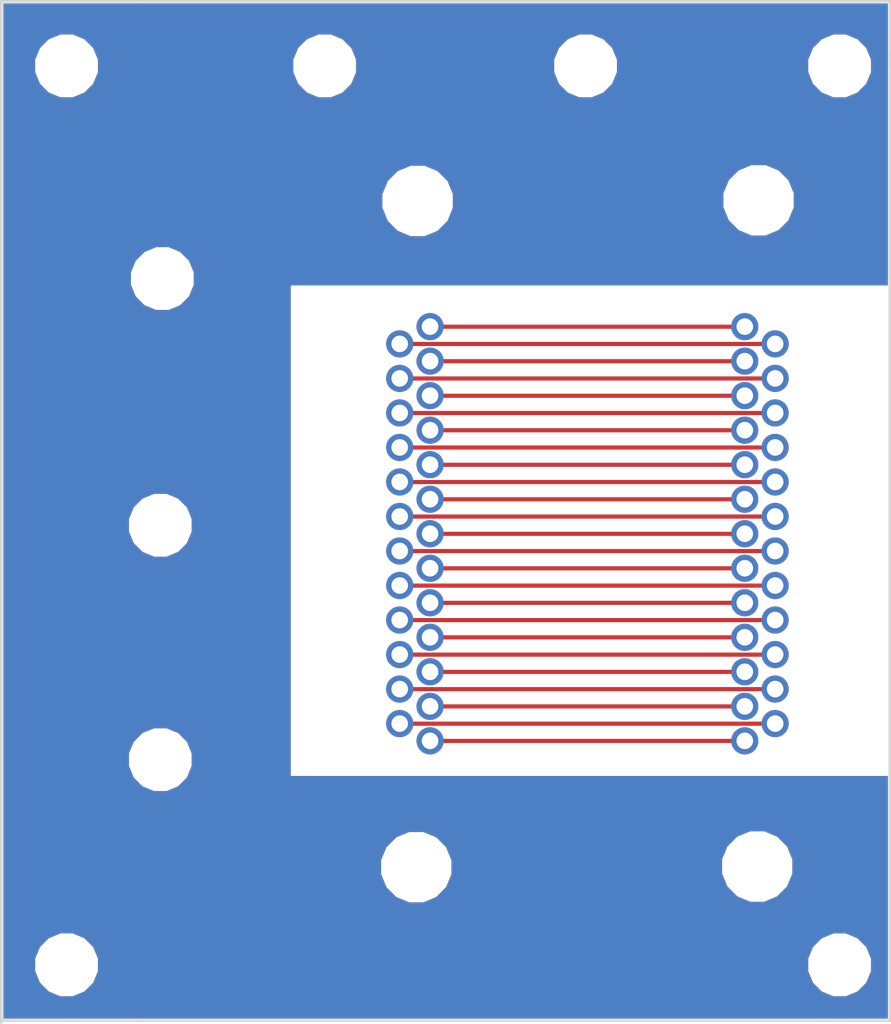
<source format=kicad_pcb>
(kicad_pcb (version 4) (host pcbnew 4.0.6)

  (general
    (links 0)
    (no_connects 0)
    (area 133.574999 85.924999 166.375001 123.600001)
    (thickness 1.6)
    (drawings 8)
    (tracks 25)
    (zones 0)
    (modules 11)
    (nets 1)
  )

  (page A4)
  (layers
    (0 F.Cu signal)
    (31 B.Cu signal)
    (32 B.Adhes user)
    (33 F.Adhes user)
    (34 B.Paste user)
    (35 F.Paste user)
    (36 B.SilkS user)
    (37 F.SilkS user)
    (38 B.Mask user)
    (39 F.Mask user)
    (40 Dwgs.User user)
    (41 Cmts.User user)
    (42 Eco1.User user)
    (43 Eco2.User user)
    (44 Edge.Cuts user)
    (45 Margin user)
    (46 B.CrtYd user)
    (47 F.CrtYd user)
    (48 B.Fab user)
    (49 F.Fab user)
  )

  (setup
    (last_trace_width 0.1526)
    (trace_clearance 0.01)
    (zone_clearance 0.02548)
    (zone_45_only yes)
    (trace_min 0.1524)
    (segment_width 0.2)
    (edge_width 0.1)
    (via_size 0.6)
    (via_drill 0.4)
    (via_min_size 0.4)
    (via_min_drill 0.3)
    (uvia_size 0.3)
    (uvia_drill 0.1)
    (uvias_allowed no)
    (uvia_min_size 0.2)
    (uvia_min_drill 0.1)
    (pcb_text_width 0.3)
    (pcb_text_size 1.5 1.5)
    (mod_edge_width 0.15)
    (mod_text_size 1 1)
    (mod_text_width 0.15)
    (pad_size 2.2606 2.2606)
    (pad_drill 2.2606)
    (pad_to_mask_clearance 0)
    (aux_axis_origin 0 0)
    (visible_elements 7FFFFFFF)
    (pcbplotparams
      (layerselection 0x010c0_80000001)
      (usegerberextensions false)
      (excludeedgelayer true)
      (linewidth 0.100000)
      (plotframeref false)
      (viasonmask false)
      (mode 1)
      (useauxorigin false)
      (hpglpennumber 1)
      (hpglpenspeed 20)
      (hpglpendiameter 15)
      (hpglpenoverlay 2)
      (psnegative false)
      (psa4output false)
      (plotreference true)
      (plotvalue true)
      (plotinvisibletext false)
      (padsonsilk false)
      (subtractmaskfromsilk false)
      (outputformat 1)
      (mirror false)
      (drillshape 0)
      (scaleselection 1)
      (outputdirectory ../../../../../../../../5/))
  )

  (net 0 "")

  (net_class Default "This is the default net class."
    (clearance 0.01)
    (trace_width 0.1526)
    (via_dia 0.6)
    (via_drill 0.4)
    (uvia_dia 0.3)
    (uvia_drill 0.1)
  )

  (module bribrary:female_mdm_small (layer F.Cu) (tedit 5AC69E04) (tstamp 5ACA440C)
    (at 161.4932 104.9274 270)
    (fp_text reference J1 (at 0 0.5 270) (layer F.SilkS) hide
      (effects (font (size 1 1) (thickness 0.15)))
    )
    (fp_text value DB25_FEMALE (at 0.127 -3.556 270) (layer F.Fab)
      (effects (font (size 1 1) (thickness 0.15)))
    )
    (fp_line (start 13.97 -2.54) (end 14.224 -2.54) (layer F.CrtYd) (width 0.12))
    (fp_line (start 14.224 -2.54) (end 14.478 -2.54) (layer F.CrtYd) (width 0.12))
    (fp_line (start 14.478 -2.54) (end 14.478 2.54) (layer F.CrtYd) (width 0.12))
    (fp_line (start 14.478 2.54) (end 13.97 2.54) (layer F.CrtYd) (width 0.12))
    (fp_line (start 13.97 2.54) (end -13.208 2.54) (layer F.CrtYd) (width 0.12))
    (fp_line (start -13.208 2.54) (end -13.208 -2.54) (layer F.CrtYd) (width 0.12))
    (fp_line (start -13.208 -2.54) (end -12.7 -2.54) (layer F.CrtYd) (width 0.12))
    (fp_line (start 13.97 -2.54) (end -12.7 -2.54) (layer F.CrtYd) (width 0.12))
    (fp_line (start -12.7 2.54) (end 13.97 2.54) (layer F.CrtYd) (width 0.12))
    (pad 1 thru_hole circle (at 7.62 -0.6096 270) (size 1 1) (drill 0.61) (layers *.Cu *.Mask))
    (pad 2 thru_hole circle (at 6.35 -0.6096 270) (size 1 1) (drill 0.61) (layers *.Cu *.Mask))
    (pad 3 thru_hole circle (at 5.08 -0.6096 270) (size 1 1) (drill 0.61) (layers *.Cu *.Mask))
    (pad 4 thru_hole circle (at 3.81 -0.6096 270) (size 1 1) (drill 0.61) (layers *.Cu *.Mask))
    (pad 5 thru_hole circle (at 2.54 -0.6096 270) (size 1 1) (drill 0.61) (layers *.Cu *.Mask))
    (pad 6 thru_hole circle (at 1.27 -0.6096 270) (size 1 1) (drill 0.61) (layers *.Cu *.Mask))
    (pad 7 thru_hole circle (at 0 -0.6096 270) (size 1 1) (drill 0.61) (layers *.Cu *.Mask))
    (pad 8 thru_hole circle (at -1.27 -0.6096 270) (size 1 1) (drill 0.61) (layers *.Cu *.Mask))
    (pad 9 thru_hole circle (at -2.54 -0.6096 270) (size 1 1) (drill 0.61) (layers *.Cu *.Mask))
    (pad 10 thru_hole circle (at -3.81 -0.6096 270) (size 1 1) (drill 0.61) (layers *.Cu *.Mask))
    (pad 11 thru_hole circle (at -5.08 -0.6096 270) (size 1 1) (drill 0.61) (layers *.Cu *.Mask))
    (pad 12 thru_hole circle (at -6.35 -0.6096 270) (size 1 1) (drill 0.61) (layers *.Cu *.Mask))
    (pad 13 thru_hole circle (at 8.255 0.508 270) (size 1 1) (drill 0.61) (layers *.Cu *.Mask))
    (pad 14 thru_hole circle (at 6.985 0.508 270) (size 1 1) (drill 0.61) (layers *.Cu *.Mask))
    (pad 15 thru_hole circle (at 5.715 0.508 270) (size 1 1) (drill 0.61) (layers *.Cu *.Mask))
    (pad 16 thru_hole circle (at 4.445 0.508 270) (size 1 1) (drill 0.61) (layers *.Cu *.Mask))
    (pad 17 thru_hole circle (at 3.175 0.508 270) (size 1 1) (drill 0.61) (layers *.Cu *.Mask))
    (pad 18 thru_hole circle (at 1.905 0.508 270) (size 1 1) (drill 0.61) (layers *.Cu *.Mask))
    (pad 19 thru_hole circle (at 0.635 0.508 270) (size 1 1) (drill 0.61) (layers *.Cu *.Mask))
    (pad 20 thru_hole circle (at -0.635 0.508 270) (size 1 1) (drill 0.61) (layers *.Cu *.Mask))
    (pad 21 thru_hole circle (at -1.905 0.508 270) (size 1 1) (drill 0.61) (layers *.Cu *.Mask))
    (pad 22 thru_hole circle (at -3.175 0.508 270) (size 1 1) (drill 0.61) (layers *.Cu *.Mask))
    (pad 23 thru_hole circle (at -4.445 0.508 270) (size 1 1) (drill 0.61) (layers *.Cu *.Mask))
    (pad 24 thru_hole circle (at -5.715 0.508 270) (size 1 1) (drill 0.61) (layers *.Cu *.Mask))
    (pad 25 thru_hole circle (at -6.985 0.508 270) (size 1 1) (drill 0.61) (layers *.Cu *.Mask))
    (pad "" np_thru_hole circle (at -11.6332 0 270) (size 2.54 2.54) (drill 2.54) (layers *.Cu *.Mask))
    (pad "" np_thru_hole circle (at 12.8778 0.0508 270) (size 2.54 2.54) (drill 2.54) (layers *.Cu *.Mask))
  )

  (module aruj:2hole (layer F.Cu) (tedit 5AAA8E85) (tstamp 5AAA89F7)
    (at 136.025 88.35)
    (fp_text reference * (at 0 0.5) (layer F.SilkS)
      (effects (font (size 1 1) (thickness 0.15)))
    )
    (fp_text value "#2 hole" (at -28.1 0.1) (layer F.Fab) hide
      (effects (font (size 1 1) (thickness 0.15)))
    )
    (pad "" np_thru_hole circle (at 0 0) (size 2.2606 2.2606) (drill 2.2606) (layers *.Cu *.Mask))
  )

  (module aruj:2hole (layer F.Cu) (tedit 5AAA8EA5) (tstamp 5AAA8A1D)
    (at 164.275 88.275)
    (fp_text reference * (at 0 0.5) (layer F.SilkS)
      (effects (font (size 1 1) (thickness 0.15)))
    )
    (fp_text value "#2 hole" (at 32.65 1.95) (layer F.Fab) hide
      (effects (font (size 1 1) (thickness 0.15)))
    )
    (pad "" np_thru_hole circle (at 0.2 0.075) (size 2.2606 2.2606) (drill 2.2606) (layers *.Cu *.Mask))
  )

  (module aruj:2hole (layer F.Cu) (tedit 5AAA8E9C) (tstamp 5AAA8A47)
    (at 164.475 121.25)
    (fp_text reference * (at 0 0.5) (layer F.SilkS)
      (effects (font (size 1 1) (thickness 0.15)))
    )
    (fp_text value "#2 hole" (at 34.925 -1.15) (layer F.Fab) hide
      (effects (font (size 1 1) (thickness 0.15)))
    )
    (pad "" np_thru_hole circle (at 0 0.175) (size 2.2606 2.2606) (drill 2.2606) (layers *.Cu *.Mask))
  )

  (module aruj:2hole (layer F.Cu) (tedit 5AAA8E98) (tstamp 5AAA8A5B)
    (at 135.925 121.425)
    (fp_text reference * (at 0 0.5) (layer F.SilkS)
      (effects (font (size 1 1) (thickness 0.15)))
    )
    (fp_text value "#2 hole" (at -27.825 1.775) (layer F.Fab) hide
      (effects (font (size 1 1) (thickness 0.15)))
    )
    (pad "" np_thru_hole circle (at 0.1 0) (size 2.2606 2.2606) (drill 2.2606) (layers *.Cu *.Mask))
  )

  (module aruj:2hole (layer F.Cu) (tedit 5AAA8EAF) (tstamp 5AAA8AD4)
    (at 145.525 88.275)
    (fp_text reference * (at 0 0.5) (layer F.SilkS)
      (effects (font (size 1 1) (thickness 0.15)))
    )
    (fp_text value "#2 hole" (at -0.175 -5.425) (layer F.Fab) hide
      (effects (font (size 1 1) (thickness 0.15)))
    )
    (pad "" np_thru_hole circle (at 0 0.075) (size 2.2606 2.2606) (drill 2.2606) (layers *.Cu *.Mask))
  )

  (module aruj:2hole (layer F.Cu) (tedit 5AAA8EAA) (tstamp 5AAA8B07)
    (at 155.125 88.375)
    (fp_text reference * (at 0 0.5) (layer F.SilkS)
      (effects (font (size 1 1) (thickness 0.15)))
    )
    (fp_text value "#2 hole" (at 4.525 -7.4) (layer F.Fab) hide
      (effects (font (size 1 1) (thickness 0.15)))
    )
    (pad "" np_thru_hole circle (at 0 -0.025) (size 2.2606 2.2606) (drill 2.2606) (layers *.Cu *.Mask))
  )

  (module aruj:2hole (layer F.Cu) (tedit 5AAA8E88) (tstamp 5AAA8B10)
    (at 139.55 96.175)
    (fp_text reference * (at 0 0.5) (layer F.SilkS)
      (effects (font (size 1 1) (thickness 0.15)))
    )
    (fp_text value "#2 hole" (at -22.225 -1.5) (layer F.Fab) hide
      (effects (font (size 1 1) (thickness 0.15)))
    )
    (pad "" np_thru_hole circle (at 0 0) (size 2.2606 2.2606) (drill 2.2606) (layers *.Cu *.Mask))
  )

  (module aruj:2hole (layer F.Cu) (tedit 5AAA8E90) (tstamp 5AAA8B19)
    (at 139.475 105.25)
    (fp_text reference * (at 0 0.5) (layer F.SilkS)
      (effects (font (size 1 1) (thickness 0.15)))
    )
    (fp_text value "#2 hole" (at -20.8 2.85) (layer F.Fab) hide
      (effects (font (size 1 1) (thickness 0.15)))
    )
    (pad "" np_thru_hole circle (at 0 0) (size 2.2606 2.2606) (drill 2.2606) (layers *.Cu *.Mask))
  )

  (module aruj:2hole (layer F.Cu) (tedit 5AAA8E94) (tstamp 5AAA8B24)
    (at 139.475 113.875)
    (fp_text reference * (at 0 0.5) (layer F.SilkS)
      (effects (font (size 1 1) (thickness 0.15)))
    )
    (fp_text value "#2 hole" (at -25.425 -0.35) (layer F.Fab) hide
      (effects (font (size 1 1) (thickness 0.15)))
    )
    (pad "" np_thru_hole circle (at 0 0) (size 2.2606 2.2606) (drill 2.2606) (layers *.Cu *.Mask))
  )

  (module bribrary:female_mdm_small (layer F.Cu) (tedit 5AC69E04) (tstamp 5ACA43BD)
    (at 148.8948 106.1974 90)
    (fp_text reference J1 (at 0 0.5 90) (layer F.SilkS) hide
      (effects (font (size 1 1) (thickness 0.15)))
    )
    (fp_text value DB25_FEMALE (at 0.127 -3.556 90) (layer F.Fab)
      (effects (font (size 1 1) (thickness 0.15)))
    )
    (fp_line (start 13.97 -2.54) (end 14.224 -2.54) (layer F.CrtYd) (width 0.12))
    (fp_line (start 14.224 -2.54) (end 14.478 -2.54) (layer F.CrtYd) (width 0.12))
    (fp_line (start 14.478 -2.54) (end 14.478 2.54) (layer F.CrtYd) (width 0.12))
    (fp_line (start 14.478 2.54) (end 13.97 2.54) (layer F.CrtYd) (width 0.12))
    (fp_line (start 13.97 2.54) (end -13.208 2.54) (layer F.CrtYd) (width 0.12))
    (fp_line (start -13.208 2.54) (end -13.208 -2.54) (layer F.CrtYd) (width 0.12))
    (fp_line (start -13.208 -2.54) (end -12.7 -2.54) (layer F.CrtYd) (width 0.12))
    (fp_line (start 13.97 -2.54) (end -12.7 -2.54) (layer F.CrtYd) (width 0.12))
    (fp_line (start -12.7 2.54) (end 13.97 2.54) (layer F.CrtYd) (width 0.12))
    (pad 1 thru_hole circle (at 7.62 -0.6096 90) (size 1 1) (drill 0.61) (layers *.Cu *.Mask))
    (pad 2 thru_hole circle (at 6.35 -0.6096 90) (size 1 1) (drill 0.61) (layers *.Cu *.Mask))
    (pad 3 thru_hole circle (at 5.08 -0.6096 90) (size 1 1) (drill 0.61) (layers *.Cu *.Mask))
    (pad 4 thru_hole circle (at 3.81 -0.6096 90) (size 1 1) (drill 0.61) (layers *.Cu *.Mask))
    (pad 5 thru_hole circle (at 2.54 -0.6096 90) (size 1 1) (drill 0.61) (layers *.Cu *.Mask))
    (pad 6 thru_hole circle (at 1.27 -0.6096 90) (size 1 1) (drill 0.61) (layers *.Cu *.Mask))
    (pad 7 thru_hole circle (at 0 -0.6096 90) (size 1 1) (drill 0.61) (layers *.Cu *.Mask))
    (pad 8 thru_hole circle (at -1.27 -0.6096 90) (size 1 1) (drill 0.61) (layers *.Cu *.Mask))
    (pad 9 thru_hole circle (at -2.54 -0.6096 90) (size 1 1) (drill 0.61) (layers *.Cu *.Mask))
    (pad 10 thru_hole circle (at -3.81 -0.6096 90) (size 1 1) (drill 0.61) (layers *.Cu *.Mask))
    (pad 11 thru_hole circle (at -5.08 -0.6096 90) (size 1 1) (drill 0.61) (layers *.Cu *.Mask))
    (pad 12 thru_hole circle (at -6.35 -0.6096 90) (size 1 1) (drill 0.61) (layers *.Cu *.Mask))
    (pad 13 thru_hole circle (at 8.255 0.508 90) (size 1 1) (drill 0.61) (layers *.Cu *.Mask))
    (pad 14 thru_hole circle (at 6.985 0.508 90) (size 1 1) (drill 0.61) (layers *.Cu *.Mask))
    (pad 15 thru_hole circle (at 5.715 0.508 90) (size 1 1) (drill 0.61) (layers *.Cu *.Mask))
    (pad 16 thru_hole circle (at 4.445 0.508 90) (size 1 1) (drill 0.61) (layers *.Cu *.Mask))
    (pad 17 thru_hole circle (at 3.175 0.508 90) (size 1 1) (drill 0.61) (layers *.Cu *.Mask))
    (pad 18 thru_hole circle (at 1.905 0.508 90) (size 1 1) (drill 0.61) (layers *.Cu *.Mask))
    (pad 19 thru_hole circle (at 0.635 0.508 90) (size 1 1) (drill 0.61) (layers *.Cu *.Mask))
    (pad 20 thru_hole circle (at -0.635 0.508 90) (size 1 1) (drill 0.61) (layers *.Cu *.Mask))
    (pad 21 thru_hole circle (at -1.905 0.508 90) (size 1 1) (drill 0.61) (layers *.Cu *.Mask))
    (pad 22 thru_hole circle (at -3.175 0.508 90) (size 1 1) (drill 0.61) (layers *.Cu *.Mask))
    (pad 23 thru_hole circle (at -4.445 0.508 90) (size 1 1) (drill 0.61) (layers *.Cu *.Mask))
    (pad 24 thru_hole circle (at -5.715 0.508 90) (size 1 1) (drill 0.61) (layers *.Cu *.Mask))
    (pad 25 thru_hole circle (at -6.985 0.508 90) (size 1 1) (drill 0.61) (layers *.Cu *.Mask))
    (pad "" np_thru_hole circle (at -11.6332 0 90) (size 2.54 2.54) (drill 2.54) (layers *.Cu *.Mask))
    (pad "" np_thru_hole circle (at 12.8778 0.0508 90) (size 2.54 2.54) (drill 2.54) (layers *.Cu *.Mask))
  )

  (gr_line (start 138.65 123.475) (end 133.625 123.475) (angle 90) (layer Edge.Cuts) (width 0.1))
  (gr_line (start 133.625 123.425) (end 133.625 123.55) (angle 90) (layer Edge.Cuts) (width 0.1))
  (gr_line (start 133.625 85.975) (end 133.625 123.45) (angle 90) (layer Edge.Cuts) (width 0.1))
  (gr_line (start 138.6 85.975) (end 133.625 85.975) (angle 90) (layer Edge.Cuts) (width 0.1))
  (gr_line (start 166.325 85.975) (end 166.325 88.375) (angle 90) (layer Edge.Cuts) (width 0.1))
  (gr_line (start 138.6 85.975) (end 166.325 85.975) (angle 90) (layer Edge.Cuts) (width 0.1))
  (gr_line (start 166.325 123.475) (end 166.325 87.825) (angle 90) (layer Edge.Cuts) (width 0.1))
  (gr_line (start 138.6 123.475) (end 166.325 123.475) (angle 90) (layer Edge.Cuts) (width 0.1))

  (segment (start 149.433 106.835) (end 160.817 106.835) (width 0.1526) (layer F.Cu) (net 0))
  (segment (start 148.3154 98.58) (end 161.9346 98.58) (width 0.1526) (layer F.Cu) (net 0))
  (segment (start 148.3154 99.85) (end 161.9346 99.85) (width 0.1526) (layer F.Cu) (net 0))
  (segment (start 148.3154 101.12) (end 161.9346 101.12) (width 0.1526) (layer F.Cu) (net 0))
  (segment (start 148.3154 102.39) (end 161.9346 102.39) (width 0.1526) (layer F.Cu) (net 0))
  (segment (start 148.3154 103.66) (end 161.9346 103.66) (width 0.1526) (layer F.Cu) (net 0))
  (segment (start 148.3154 104.93) (end 161.9346 104.93) (width 0.1526) (layer F.Cu) (net 0))
  (segment (start 148.3154 106.2) (end 161.9346 106.2) (width 0.1526) (layer F.Cu) (net 0))
  (segment (start 148.3154 107.47) (end 161.9346 107.47) (width 0.1526) (layer F.Cu) (net 0))
  (segment (start 161.9346 108.74) (end 148.3154 108.74) (width 0.1526) (layer F.Cu) (net 0))
  (segment (start 161.9346 110.01) (end 148.3154 110.01) (width 0.1526) (layer F.Cu) (net 0))
  (segment (start 161.9346 111.28) (end 148.3154 111.28) (width 0.1526) (layer F.Cu) (net 0))
  (segment (start 148.3154 112.55) (end 161.9346 112.55) (width 0.1526) (layer F.Cu) (net 0))
  (segment (start 160.817 97.945) (end 149.433 97.945) (width 0.1526) (layer F.Cu) (net 0))
  (segment (start 149.433 99.215) (end 160.817 99.215) (width 0.1526) (layer F.Cu) (net 0))
  (segment (start 160.817 100.485) (end 149.433 100.485) (width 0.1526) (layer F.Cu) (net 0))
  (segment (start 160.817 101.755) (end 149.433 101.755) (width 0.1526) (layer F.Cu) (net 0))
  (segment (start 160.817 103.025) (end 149.433 103.025) (width 0.1526) (layer F.Cu) (net 0))
  (segment (start 160.817 104.295) (end 149.433 104.295) (width 0.1526) (layer F.Cu) (net 0))
  (segment (start 160.817 105.565) (end 149.433 105.565) (width 0.1526) (layer F.Cu) (net 0))
  (segment (start 149.433 108.105) (end 160.817 108.105) (width 0.1526) (layer F.Cu) (net 0))
  (segment (start 149.433 109.375) (end 160.817 109.375) (width 0.1526) (layer F.Cu) (net 0))
  (segment (start 149.433 110.645) (end 160.817 110.645) (width 0.1526) (layer F.Cu) (net 0))
  (segment (start 149.433 111.915) (end 160.817 111.915) (width 0.1526) (layer F.Cu) (net 0))
  (segment (start 149.433 113.185) (end 160.817 113.185) (width 0.1526) (layer F.Cu) (net 0))

  (zone (net 0) (net_name "") (layer F.Cu) (tstamp 5AAA8AA0) (hatch edge 0.508)
    (connect_pads (clearance 0.02548))
    (min_thickness 0.02548)
    (keepout (tracks not_allowed) (vias not_allowed) (copperpour not_allowed))
    (fill (arc_segments 16) (thermal_gap 1) (thermal_bridge_width 0.02549))
    (polygon
      (pts
        (xy 166.25 114.475) (xy 144.275 114.475) (xy 144.275 96.425) (xy 166.25 96.425)
      )
    )
  )
  (zone (net 0) (net_name "") (layer B.Cu) (tstamp 5AAA8AA0) (hatch edge 0.508)
    (connect_pads (clearance 0.02548))
    (min_thickness 0.02548)
    (keepout (tracks not_allowed) (vias not_allowed) (copperpour not_allowed))
    (fill (arc_segments 16) (thermal_gap 1) (thermal_bridge_width 0.02549))
    (polygon
      (pts
        (xy 166.25 114.475) (xy 144.275 114.475) (xy 144.275 96.425) (xy 166.25 96.425)
      )
    )
  )
  (zone (net 0) (net_name "") (layer F.Cu) (tstamp 5AAA8D21) (hatch edge 0.508)
    (connect_pads no (clearance 0.02548))
    (min_thickness 0.02548)
    (fill yes (arc_segments 16) (thermal_gap 1) (thermal_bridge_width 0.02549))
    (polygon
      (pts
        (xy 166.325 123.5) (xy 133.65 123.5) (xy 133.65 85.975) (xy 166.325 85.975)
      )
    )
    (filled_polygon
      (pts
        (xy 166.23678 96.41226) (xy 144.275 96.41226) (xy 144.27037 96.413131) (xy 144.266117 96.415868) (xy 144.263264 96.420043)
        (xy 144.26226 96.425) (xy 144.26226 114.475) (xy 144.263131 114.47963) (xy 144.265868 114.483883) (xy 144.270043 114.486736)
        (xy 144.275 114.48774) (xy 166.23678 114.48774) (xy 166.23678 123.38678) (xy 133.71322 123.38678) (xy 133.71322 121.656413)
        (xy 134.856277 121.656413) (xy 135.033799 122.086049) (xy 135.362222 122.415046) (xy 135.791547 122.593317) (xy 136.256413 122.593723)
        (xy 136.686049 122.416201) (xy 137.015046 122.087778) (xy 137.193317 121.658453) (xy 137.193318 121.656413) (xy 163.306277 121.656413)
        (xy 163.483799 122.086049) (xy 163.812222 122.415046) (xy 164.241547 122.593317) (xy 164.706413 122.593723) (xy 165.136049 122.416201)
        (xy 165.465046 122.087778) (xy 165.643317 121.658453) (xy 165.643723 121.193587) (xy 165.466201 120.763951) (xy 165.137778 120.434954)
        (xy 164.708453 120.256683) (xy 164.243587 120.256277) (xy 163.813951 120.433799) (xy 163.484954 120.762222) (xy 163.306683 121.191547)
        (xy 163.306277 121.656413) (xy 137.193318 121.656413) (xy 137.193723 121.193587) (xy 137.016201 120.763951) (xy 136.687778 120.434954)
        (xy 136.258453 120.256683) (xy 135.793587 120.256277) (xy 135.363951 120.433799) (xy 135.034954 120.762222) (xy 134.856683 121.191547)
        (xy 134.856277 121.656413) (xy 133.71322 121.656413) (xy 133.71322 118.089679) (xy 147.586353 118.089679) (xy 147.785098 118.570679)
        (xy 148.152785 118.939009) (xy 148.633437 119.138593) (xy 149.153879 119.139047) (xy 149.634879 118.940302) (xy 150.003209 118.572615)
        (xy 150.202793 118.091963) (xy 150.202817 118.064279) (xy 160.133953 118.064279) (xy 160.332698 118.545279) (xy 160.700385 118.913609)
        (xy 161.181037 119.113193) (xy 161.701479 119.113647) (xy 162.182479 118.914902) (xy 162.550809 118.547215) (xy 162.750393 118.066563)
        (xy 162.750847 117.546121) (xy 162.552102 117.065121) (xy 162.184415 116.696791) (xy 161.703763 116.497207) (xy 161.183321 116.496753)
        (xy 160.702321 116.695498) (xy 160.333991 117.063185) (xy 160.134407 117.543837) (xy 160.133953 118.064279) (xy 150.202817 118.064279)
        (xy 150.203247 117.571521) (xy 150.004502 117.090521) (xy 149.636815 116.722191) (xy 149.156163 116.522607) (xy 148.635721 116.522153)
        (xy 148.154721 116.720898) (xy 147.786391 117.088585) (xy 147.586807 117.569237) (xy 147.586353 118.089679) (xy 133.71322 118.089679)
        (xy 133.71322 114.106413) (xy 138.306277 114.106413) (xy 138.483799 114.536049) (xy 138.812222 114.865046) (xy 139.241547 115.043317)
        (xy 139.706413 115.043723) (xy 140.136049 114.866201) (xy 140.465046 114.537778) (xy 140.643317 114.108453) (xy 140.643723 113.643587)
        (xy 140.466201 113.213951) (xy 140.137778 112.884954) (xy 139.708453 112.706683) (xy 139.243587 112.706277) (xy 138.813951 112.883799)
        (xy 138.484954 113.212222) (xy 138.306683 113.641547) (xy 138.306277 114.106413) (xy 133.71322 114.106413) (xy 133.71322 105.481413)
        (xy 138.306277 105.481413) (xy 138.483799 105.911049) (xy 138.812222 106.240046) (xy 139.241547 106.418317) (xy 139.706413 106.418723)
        (xy 140.136049 106.241201) (xy 140.465046 105.912778) (xy 140.643317 105.483453) (xy 140.643723 105.018587) (xy 140.466201 104.588951)
        (xy 140.137778 104.259954) (xy 139.708453 104.081683) (xy 139.243587 104.081277) (xy 138.813951 104.258799) (xy 138.484954 104.587222)
        (xy 138.306683 105.016547) (xy 138.306277 105.481413) (xy 133.71322 105.481413) (xy 133.71322 96.406413) (xy 138.381277 96.406413)
        (xy 138.558799 96.836049) (xy 138.887222 97.165046) (xy 139.316547 97.343317) (xy 139.781413 97.343723) (xy 140.211049 97.166201)
        (xy 140.540046 96.837778) (xy 140.718317 96.408453) (xy 140.718723 95.943587) (xy 140.541201 95.513951) (xy 140.212778 95.184954)
        (xy 139.783453 95.006683) (xy 139.318587 95.006277) (xy 138.888951 95.183799) (xy 138.559954 95.512222) (xy 138.381683 95.941547)
        (xy 138.381277 96.406413) (xy 133.71322 96.406413) (xy 133.71322 93.578679) (xy 147.637153 93.578679) (xy 147.835898 94.059679)
        (xy 148.203585 94.428009) (xy 148.684237 94.627593) (xy 149.204679 94.628047) (xy 149.685679 94.429302) (xy 150.054009 94.061615)
        (xy 150.253593 93.580963) (xy 150.253617 93.553279) (xy 160.184753 93.553279) (xy 160.383498 94.034279) (xy 160.751185 94.402609)
        (xy 161.231837 94.602193) (xy 161.752279 94.602647) (xy 162.233279 94.403902) (xy 162.601609 94.036215) (xy 162.801193 93.555563)
        (xy 162.801647 93.035121) (xy 162.602902 92.554121) (xy 162.235215 92.185791) (xy 161.754563 91.986207) (xy 161.234121 91.985753)
        (xy 160.753121 92.184498) (xy 160.384791 92.552185) (xy 160.185207 93.032837) (xy 160.184753 93.553279) (xy 150.253617 93.553279)
        (xy 150.254047 93.060521) (xy 150.055302 92.579521) (xy 149.687615 92.211191) (xy 149.206963 92.011607) (xy 148.686521 92.011153)
        (xy 148.205521 92.209898) (xy 147.837191 92.577585) (xy 147.637607 93.058237) (xy 147.637153 93.578679) (xy 133.71322 93.578679)
        (xy 133.71322 88.581413) (xy 134.856277 88.581413) (xy 135.033799 89.011049) (xy 135.362222 89.340046) (xy 135.791547 89.518317)
        (xy 136.256413 89.518723) (xy 136.686049 89.341201) (xy 137.015046 89.012778) (xy 137.193317 88.583453) (xy 137.193318 88.581413)
        (xy 144.356277 88.581413) (xy 144.533799 89.011049) (xy 144.862222 89.340046) (xy 145.291547 89.518317) (xy 145.756413 89.518723)
        (xy 146.186049 89.341201) (xy 146.515046 89.012778) (xy 146.693317 88.583453) (xy 146.693318 88.581413) (xy 153.956277 88.581413)
        (xy 154.133799 89.011049) (xy 154.462222 89.340046) (xy 154.891547 89.518317) (xy 155.356413 89.518723) (xy 155.786049 89.341201)
        (xy 156.115046 89.012778) (xy 156.293317 88.583453) (xy 156.293318 88.581413) (xy 163.306277 88.581413) (xy 163.483799 89.011049)
        (xy 163.812222 89.340046) (xy 164.241547 89.518317) (xy 164.706413 89.518723) (xy 165.136049 89.341201) (xy 165.465046 89.012778)
        (xy 165.643317 88.583453) (xy 165.643723 88.118587) (xy 165.466201 87.688951) (xy 165.137778 87.359954) (xy 164.708453 87.181683)
        (xy 164.243587 87.181277) (xy 163.813951 87.358799) (xy 163.484954 87.687222) (xy 163.306683 88.116547) (xy 163.306277 88.581413)
        (xy 156.293318 88.581413) (xy 156.293723 88.118587) (xy 156.116201 87.688951) (xy 155.787778 87.359954) (xy 155.358453 87.181683)
        (xy 154.893587 87.181277) (xy 154.463951 87.358799) (xy 154.134954 87.687222) (xy 153.956683 88.116547) (xy 153.956277 88.581413)
        (xy 146.693318 88.581413) (xy 146.693723 88.118587) (xy 146.516201 87.688951) (xy 146.187778 87.359954) (xy 145.758453 87.181683)
        (xy 145.293587 87.181277) (xy 144.863951 87.358799) (xy 144.534954 87.687222) (xy 144.356683 88.116547) (xy 144.356277 88.581413)
        (xy 137.193318 88.581413) (xy 137.193723 88.118587) (xy 137.016201 87.688951) (xy 136.687778 87.359954) (xy 136.258453 87.181683)
        (xy 135.793587 87.181277) (xy 135.363951 87.358799) (xy 135.034954 87.687222) (xy 134.856683 88.116547) (xy 134.856277 88.581413)
        (xy 133.71322 88.581413) (xy 133.71322 86.06322) (xy 166.23678 86.06322)
      )
    )
  )
  (zone (net 0) (net_name "") (layer B.Cu) (tstamp 5AAA8D21) (hatch edge 0.508)
    (connect_pads no (clearance 0.02548))
    (min_thickness 0.02548)
    (fill yes (arc_segments 16) (thermal_gap 1) (thermal_bridge_width 0.02549))
    (polygon
      (pts
        (xy 166.325 123.5) (xy 133.65 123.5) (xy 133.65 85.975) (xy 166.325 85.975)
      )
    )
    (filled_polygon
      (pts
        (xy 166.23678 96.41226) (xy 144.275 96.41226) (xy 144.27037 96.413131) (xy 144.266117 96.415868) (xy 144.263264 96.420043)
        (xy 144.26226 96.425) (xy 144.26226 114.475) (xy 144.263131 114.47963) (xy 144.265868 114.483883) (xy 144.270043 114.486736)
        (xy 144.275 114.48774) (xy 166.23678 114.48774) (xy 166.23678 123.38678) (xy 133.71322 123.38678) (xy 133.71322 121.656413)
        (xy 134.856277 121.656413) (xy 135.033799 122.086049) (xy 135.362222 122.415046) (xy 135.791547 122.593317) (xy 136.256413 122.593723)
        (xy 136.686049 122.416201) (xy 137.015046 122.087778) (xy 137.193317 121.658453) (xy 137.193318 121.656413) (xy 163.306277 121.656413)
        (xy 163.483799 122.086049) (xy 163.812222 122.415046) (xy 164.241547 122.593317) (xy 164.706413 122.593723) (xy 165.136049 122.416201)
        (xy 165.465046 122.087778) (xy 165.643317 121.658453) (xy 165.643723 121.193587) (xy 165.466201 120.763951) (xy 165.137778 120.434954)
        (xy 164.708453 120.256683) (xy 164.243587 120.256277) (xy 163.813951 120.433799) (xy 163.484954 120.762222) (xy 163.306683 121.191547)
        (xy 163.306277 121.656413) (xy 137.193318 121.656413) (xy 137.193723 121.193587) (xy 137.016201 120.763951) (xy 136.687778 120.434954)
        (xy 136.258453 120.256683) (xy 135.793587 120.256277) (xy 135.363951 120.433799) (xy 135.034954 120.762222) (xy 134.856683 121.191547)
        (xy 134.856277 121.656413) (xy 133.71322 121.656413) (xy 133.71322 118.089679) (xy 147.586353 118.089679) (xy 147.785098 118.570679)
        (xy 148.152785 118.939009) (xy 148.633437 119.138593) (xy 149.153879 119.139047) (xy 149.634879 118.940302) (xy 150.003209 118.572615)
        (xy 150.202793 118.091963) (xy 150.202817 118.064279) (xy 160.133953 118.064279) (xy 160.332698 118.545279) (xy 160.700385 118.913609)
        (xy 161.181037 119.113193) (xy 161.701479 119.113647) (xy 162.182479 118.914902) (xy 162.550809 118.547215) (xy 162.750393 118.066563)
        (xy 162.750847 117.546121) (xy 162.552102 117.065121) (xy 162.184415 116.696791) (xy 161.703763 116.497207) (xy 161.183321 116.496753)
        (xy 160.702321 116.695498) (xy 160.333991 117.063185) (xy 160.134407 117.543837) (xy 160.133953 118.064279) (xy 150.202817 118.064279)
        (xy 150.203247 117.571521) (xy 150.004502 117.090521) (xy 149.636815 116.722191) (xy 149.156163 116.522607) (xy 148.635721 116.522153)
        (xy 148.154721 116.720898) (xy 147.786391 117.088585) (xy 147.586807 117.569237) (xy 147.586353 118.089679) (xy 133.71322 118.089679)
        (xy 133.71322 114.106413) (xy 138.306277 114.106413) (xy 138.483799 114.536049) (xy 138.812222 114.865046) (xy 139.241547 115.043317)
        (xy 139.706413 115.043723) (xy 140.136049 114.866201) (xy 140.465046 114.537778) (xy 140.643317 114.108453) (xy 140.643723 113.643587)
        (xy 140.466201 113.213951) (xy 140.137778 112.884954) (xy 139.708453 112.706683) (xy 139.243587 112.706277) (xy 138.813951 112.883799)
        (xy 138.484954 113.212222) (xy 138.306683 113.641547) (xy 138.306277 114.106413) (xy 133.71322 114.106413) (xy 133.71322 105.481413)
        (xy 138.306277 105.481413) (xy 138.483799 105.911049) (xy 138.812222 106.240046) (xy 139.241547 106.418317) (xy 139.706413 106.418723)
        (xy 140.136049 106.241201) (xy 140.465046 105.912778) (xy 140.643317 105.483453) (xy 140.643723 105.018587) (xy 140.466201 104.588951)
        (xy 140.137778 104.259954) (xy 139.708453 104.081683) (xy 139.243587 104.081277) (xy 138.813951 104.258799) (xy 138.484954 104.587222)
        (xy 138.306683 105.016547) (xy 138.306277 105.481413) (xy 133.71322 105.481413) (xy 133.71322 96.406413) (xy 138.381277 96.406413)
        (xy 138.558799 96.836049) (xy 138.887222 97.165046) (xy 139.316547 97.343317) (xy 139.781413 97.343723) (xy 140.211049 97.166201)
        (xy 140.540046 96.837778) (xy 140.718317 96.408453) (xy 140.718723 95.943587) (xy 140.541201 95.513951) (xy 140.212778 95.184954)
        (xy 139.783453 95.006683) (xy 139.318587 95.006277) (xy 138.888951 95.183799) (xy 138.559954 95.512222) (xy 138.381683 95.941547)
        (xy 138.381277 96.406413) (xy 133.71322 96.406413) (xy 133.71322 93.578679) (xy 147.637153 93.578679) (xy 147.835898 94.059679)
        (xy 148.203585 94.428009) (xy 148.684237 94.627593) (xy 149.204679 94.628047) (xy 149.685679 94.429302) (xy 150.054009 94.061615)
        (xy 150.253593 93.580963) (xy 150.253617 93.553279) (xy 160.184753 93.553279) (xy 160.383498 94.034279) (xy 160.751185 94.402609)
        (xy 161.231837 94.602193) (xy 161.752279 94.602647) (xy 162.233279 94.403902) (xy 162.601609 94.036215) (xy 162.801193 93.555563)
        (xy 162.801647 93.035121) (xy 162.602902 92.554121) (xy 162.235215 92.185791) (xy 161.754563 91.986207) (xy 161.234121 91.985753)
        (xy 160.753121 92.184498) (xy 160.384791 92.552185) (xy 160.185207 93.032837) (xy 160.184753 93.553279) (xy 150.253617 93.553279)
        (xy 150.254047 93.060521) (xy 150.055302 92.579521) (xy 149.687615 92.211191) (xy 149.206963 92.011607) (xy 148.686521 92.011153)
        (xy 148.205521 92.209898) (xy 147.837191 92.577585) (xy 147.637607 93.058237) (xy 147.637153 93.578679) (xy 133.71322 93.578679)
        (xy 133.71322 88.581413) (xy 134.856277 88.581413) (xy 135.033799 89.011049) (xy 135.362222 89.340046) (xy 135.791547 89.518317)
        (xy 136.256413 89.518723) (xy 136.686049 89.341201) (xy 137.015046 89.012778) (xy 137.193317 88.583453) (xy 137.193318 88.581413)
        (xy 144.356277 88.581413) (xy 144.533799 89.011049) (xy 144.862222 89.340046) (xy 145.291547 89.518317) (xy 145.756413 89.518723)
        (xy 146.186049 89.341201) (xy 146.515046 89.012778) (xy 146.693317 88.583453) (xy 146.693318 88.581413) (xy 153.956277 88.581413)
        (xy 154.133799 89.011049) (xy 154.462222 89.340046) (xy 154.891547 89.518317) (xy 155.356413 89.518723) (xy 155.786049 89.341201)
        (xy 156.115046 89.012778) (xy 156.293317 88.583453) (xy 156.293318 88.581413) (xy 163.306277 88.581413) (xy 163.483799 89.011049)
        (xy 163.812222 89.340046) (xy 164.241547 89.518317) (xy 164.706413 89.518723) (xy 165.136049 89.341201) (xy 165.465046 89.012778)
        (xy 165.643317 88.583453) (xy 165.643723 88.118587) (xy 165.466201 87.688951) (xy 165.137778 87.359954) (xy 164.708453 87.181683)
        (xy 164.243587 87.181277) (xy 163.813951 87.358799) (xy 163.484954 87.687222) (xy 163.306683 88.116547) (xy 163.306277 88.581413)
        (xy 156.293318 88.581413) (xy 156.293723 88.118587) (xy 156.116201 87.688951) (xy 155.787778 87.359954) (xy 155.358453 87.181683)
        (xy 154.893587 87.181277) (xy 154.463951 87.358799) (xy 154.134954 87.687222) (xy 153.956683 88.116547) (xy 153.956277 88.581413)
        (xy 146.693318 88.581413) (xy 146.693723 88.118587) (xy 146.516201 87.688951) (xy 146.187778 87.359954) (xy 145.758453 87.181683)
        (xy 145.293587 87.181277) (xy 144.863951 87.358799) (xy 144.534954 87.687222) (xy 144.356683 88.116547) (xy 144.356277 88.581413)
        (xy 137.193318 88.581413) (xy 137.193723 88.118587) (xy 137.016201 87.688951) (xy 136.687778 87.359954) (xy 136.258453 87.181683)
        (xy 135.793587 87.181277) (xy 135.363951 87.358799) (xy 135.034954 87.687222) (xy 134.856683 88.116547) (xy 134.856277 88.581413)
        (xy 133.71322 88.581413) (xy 133.71322 86.06322) (xy 166.23678 86.06322)
      )
    )
  )
  (zone (net 0) (net_name "") (layer F.Mask) (tstamp 5AAA8E32) (hatch edge 0.508)
    (connect_pads no (clearance 0.02548))
    (min_thickness 0.02548)
    (fill yes (arc_segments 16) (thermal_gap 1) (thermal_bridge_width 0.02549))
    (polygon
      (pts
        (xy 133.625 85.975) (xy 133.625 123.475) (xy 166.325 123.475) (xy 166.325 85.95) (xy 133.625 85.95)
      )
    )
    (filled_polygon
      (pts
        (xy 166.31226 123.46226) (xy 133.63774 123.46226) (xy 133.63774 85.96274) (xy 166.31226 85.96274)
      )
    )
  )
  (zone (net 0) (net_name "") (layer B.Mask) (tstamp 5AAA8E32) (hatch edge 0.508)
    (connect_pads no (clearance 0.02548))
    (min_thickness 0.02548)
    (fill yes (arc_segments 16) (thermal_gap 1) (thermal_bridge_width 0.02549))
    (polygon
      (pts
        (xy 133.625 85.975) (xy 133.625 123.475) (xy 166.325 123.475) (xy 166.325 85.95) (xy 133.625 85.95)
      )
    )
    (filled_polygon
      (pts
        (xy 166.31226 123.46226) (xy 133.63774 123.46226) (xy 133.63774 85.96274) (xy 166.31226 85.96274)
      )
    )
  )
)

</source>
